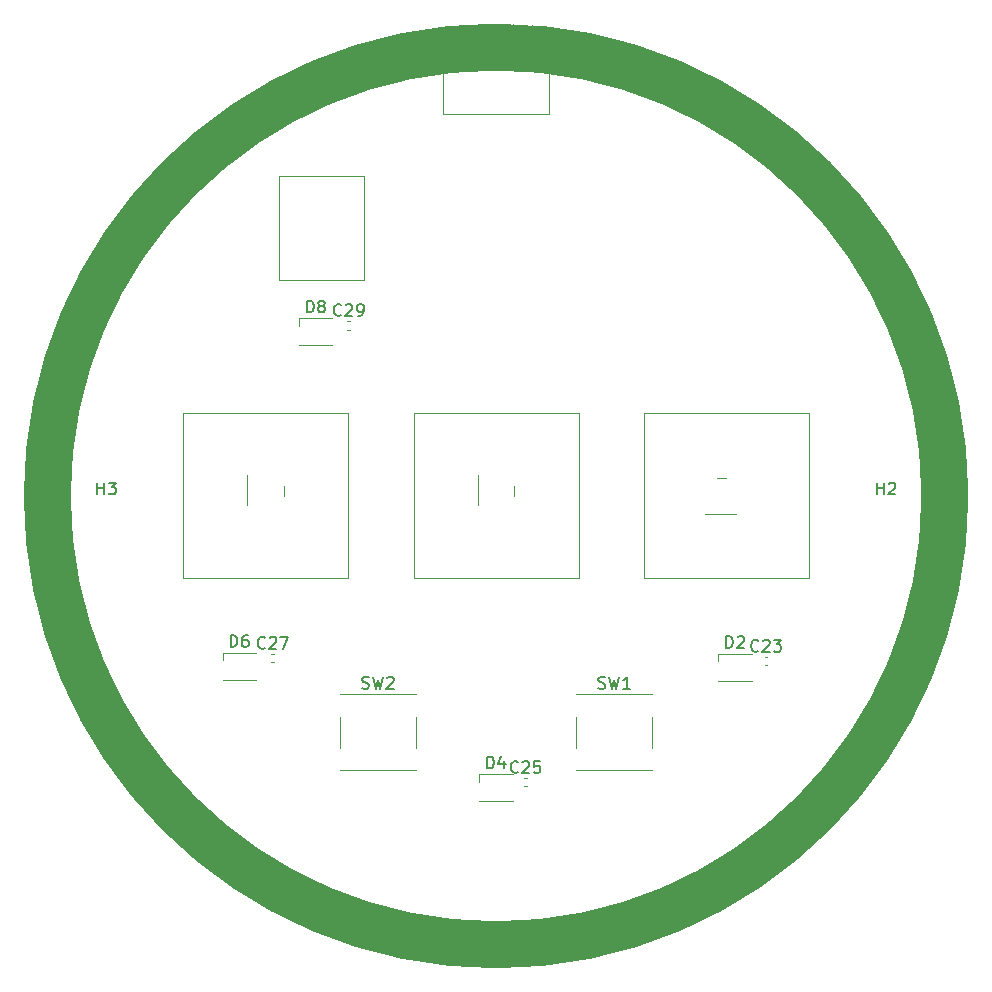
<source format=gbr>
G04 #@! TF.GenerationSoftware,KiCad,Pcbnew,(7.0.0-0)*
G04 #@! TF.CreationDate,2023-03-04T17:00:40-06:00*
G04 #@! TF.ProjectId,RP2040_minimal,52503230-3430-45f6-9d69-6e696d616c2e,REV1*
G04 #@! TF.SameCoordinates,Original*
G04 #@! TF.FileFunction,Legend,Top*
G04 #@! TF.FilePolarity,Positive*
%FSLAX46Y46*%
G04 Gerber Fmt 4.6, Leading zero omitted, Abs format (unit mm)*
G04 Created by KiCad (PCBNEW (7.0.0-0)) date 2023-03-04 17:00:40*
%MOMM*%
%LPD*%
G01*
G04 APERTURE LIST*
%ADD10C,4.000000*%
%ADD11C,0.150000*%
%ADD12C,0.100000*%
%ADD13C,0.120000*%
%ADD14C,0.050000*%
G04 APERTURE END LIST*
D10*
X138000000Y-100000000D02*
G75*
G03*
X138000000Y-100000000I-38000000J0D01*
G01*
D11*
X132238095Y-99867380D02*
X132238095Y-98867380D01*
X132238095Y-99343571D02*
X132809523Y-99343571D01*
X132809523Y-99867380D02*
X132809523Y-98867380D01*
X133238095Y-98962619D02*
X133285714Y-98915000D01*
X133285714Y-98915000D02*
X133380952Y-98867380D01*
X133380952Y-98867380D02*
X133619047Y-98867380D01*
X133619047Y-98867380D02*
X133714285Y-98915000D01*
X133714285Y-98915000D02*
X133761904Y-98962619D01*
X133761904Y-98962619D02*
X133809523Y-99057857D01*
X133809523Y-99057857D02*
X133809523Y-99153095D01*
X133809523Y-99153095D02*
X133761904Y-99295952D01*
X133761904Y-99295952D02*
X133190476Y-99867380D01*
X133190476Y-99867380D02*
X133809523Y-99867380D01*
X88666667Y-116269761D02*
X88809524Y-116317380D01*
X88809524Y-116317380D02*
X89047619Y-116317380D01*
X89047619Y-116317380D02*
X89142857Y-116269761D01*
X89142857Y-116269761D02*
X89190476Y-116222142D01*
X89190476Y-116222142D02*
X89238095Y-116126904D01*
X89238095Y-116126904D02*
X89238095Y-116031666D01*
X89238095Y-116031666D02*
X89190476Y-115936428D01*
X89190476Y-115936428D02*
X89142857Y-115888809D01*
X89142857Y-115888809D02*
X89047619Y-115841190D01*
X89047619Y-115841190D02*
X88857143Y-115793571D01*
X88857143Y-115793571D02*
X88761905Y-115745952D01*
X88761905Y-115745952D02*
X88714286Y-115698333D01*
X88714286Y-115698333D02*
X88666667Y-115603095D01*
X88666667Y-115603095D02*
X88666667Y-115507857D01*
X88666667Y-115507857D02*
X88714286Y-115412619D01*
X88714286Y-115412619D02*
X88761905Y-115365000D01*
X88761905Y-115365000D02*
X88857143Y-115317380D01*
X88857143Y-115317380D02*
X89095238Y-115317380D01*
X89095238Y-115317380D02*
X89238095Y-115365000D01*
X89571429Y-115317380D02*
X89809524Y-116317380D01*
X89809524Y-116317380D02*
X90000000Y-115603095D01*
X90000000Y-115603095D02*
X90190476Y-116317380D01*
X90190476Y-116317380D02*
X90428572Y-115317380D01*
X90761905Y-115412619D02*
X90809524Y-115365000D01*
X90809524Y-115365000D02*
X90904762Y-115317380D01*
X90904762Y-115317380D02*
X91142857Y-115317380D01*
X91142857Y-115317380D02*
X91238095Y-115365000D01*
X91238095Y-115365000D02*
X91285714Y-115412619D01*
X91285714Y-115412619D02*
X91333333Y-115507857D01*
X91333333Y-115507857D02*
X91333333Y-115603095D01*
X91333333Y-115603095D02*
X91285714Y-115745952D01*
X91285714Y-115745952D02*
X90714286Y-116317380D01*
X90714286Y-116317380D02*
X91333333Y-116317380D01*
X99236905Y-123067380D02*
X99236905Y-122067380D01*
X99236905Y-122067380D02*
X99475000Y-122067380D01*
X99475000Y-122067380D02*
X99617857Y-122115000D01*
X99617857Y-122115000D02*
X99713095Y-122210238D01*
X99713095Y-122210238D02*
X99760714Y-122305476D01*
X99760714Y-122305476D02*
X99808333Y-122495952D01*
X99808333Y-122495952D02*
X99808333Y-122638809D01*
X99808333Y-122638809D02*
X99760714Y-122829285D01*
X99760714Y-122829285D02*
X99713095Y-122924523D01*
X99713095Y-122924523D02*
X99617857Y-123019761D01*
X99617857Y-123019761D02*
X99475000Y-123067380D01*
X99475000Y-123067380D02*
X99236905Y-123067380D01*
X100665476Y-122400714D02*
X100665476Y-123067380D01*
X100427381Y-122019761D02*
X100189286Y-122734047D01*
X100189286Y-122734047D02*
X100808333Y-122734047D01*
X101847142Y-123352142D02*
X101799523Y-123399761D01*
X101799523Y-123399761D02*
X101656666Y-123447380D01*
X101656666Y-123447380D02*
X101561428Y-123447380D01*
X101561428Y-123447380D02*
X101418571Y-123399761D01*
X101418571Y-123399761D02*
X101323333Y-123304523D01*
X101323333Y-123304523D02*
X101275714Y-123209285D01*
X101275714Y-123209285D02*
X101228095Y-123018809D01*
X101228095Y-123018809D02*
X101228095Y-122875952D01*
X101228095Y-122875952D02*
X101275714Y-122685476D01*
X101275714Y-122685476D02*
X101323333Y-122590238D01*
X101323333Y-122590238D02*
X101418571Y-122495000D01*
X101418571Y-122495000D02*
X101561428Y-122447380D01*
X101561428Y-122447380D02*
X101656666Y-122447380D01*
X101656666Y-122447380D02*
X101799523Y-122495000D01*
X101799523Y-122495000D02*
X101847142Y-122542619D01*
X102228095Y-122542619D02*
X102275714Y-122495000D01*
X102275714Y-122495000D02*
X102370952Y-122447380D01*
X102370952Y-122447380D02*
X102609047Y-122447380D01*
X102609047Y-122447380D02*
X102704285Y-122495000D01*
X102704285Y-122495000D02*
X102751904Y-122542619D01*
X102751904Y-122542619D02*
X102799523Y-122637857D01*
X102799523Y-122637857D02*
X102799523Y-122733095D01*
X102799523Y-122733095D02*
X102751904Y-122875952D01*
X102751904Y-122875952D02*
X102180476Y-123447380D01*
X102180476Y-123447380D02*
X102799523Y-123447380D01*
X103704285Y-122447380D02*
X103228095Y-122447380D01*
X103228095Y-122447380D02*
X103180476Y-122923571D01*
X103180476Y-122923571D02*
X103228095Y-122875952D01*
X103228095Y-122875952D02*
X103323333Y-122828333D01*
X103323333Y-122828333D02*
X103561428Y-122828333D01*
X103561428Y-122828333D02*
X103656666Y-122875952D01*
X103656666Y-122875952D02*
X103704285Y-122923571D01*
X103704285Y-122923571D02*
X103751904Y-123018809D01*
X103751904Y-123018809D02*
X103751904Y-123256904D01*
X103751904Y-123256904D02*
X103704285Y-123352142D01*
X103704285Y-123352142D02*
X103656666Y-123399761D01*
X103656666Y-123399761D02*
X103561428Y-123447380D01*
X103561428Y-123447380D02*
X103323333Y-123447380D01*
X103323333Y-123447380D02*
X103228095Y-123399761D01*
X103228095Y-123399761D02*
X103180476Y-123352142D01*
X122217142Y-113092142D02*
X122169523Y-113139761D01*
X122169523Y-113139761D02*
X122026666Y-113187380D01*
X122026666Y-113187380D02*
X121931428Y-113187380D01*
X121931428Y-113187380D02*
X121788571Y-113139761D01*
X121788571Y-113139761D02*
X121693333Y-113044523D01*
X121693333Y-113044523D02*
X121645714Y-112949285D01*
X121645714Y-112949285D02*
X121598095Y-112758809D01*
X121598095Y-112758809D02*
X121598095Y-112615952D01*
X121598095Y-112615952D02*
X121645714Y-112425476D01*
X121645714Y-112425476D02*
X121693333Y-112330238D01*
X121693333Y-112330238D02*
X121788571Y-112235000D01*
X121788571Y-112235000D02*
X121931428Y-112187380D01*
X121931428Y-112187380D02*
X122026666Y-112187380D01*
X122026666Y-112187380D02*
X122169523Y-112235000D01*
X122169523Y-112235000D02*
X122217142Y-112282619D01*
X122598095Y-112282619D02*
X122645714Y-112235000D01*
X122645714Y-112235000D02*
X122740952Y-112187380D01*
X122740952Y-112187380D02*
X122979047Y-112187380D01*
X122979047Y-112187380D02*
X123074285Y-112235000D01*
X123074285Y-112235000D02*
X123121904Y-112282619D01*
X123121904Y-112282619D02*
X123169523Y-112377857D01*
X123169523Y-112377857D02*
X123169523Y-112473095D01*
X123169523Y-112473095D02*
X123121904Y-112615952D01*
X123121904Y-112615952D02*
X122550476Y-113187380D01*
X122550476Y-113187380D02*
X123169523Y-113187380D01*
X123502857Y-112187380D02*
X124121904Y-112187380D01*
X124121904Y-112187380D02*
X123788571Y-112568333D01*
X123788571Y-112568333D02*
X123931428Y-112568333D01*
X123931428Y-112568333D02*
X124026666Y-112615952D01*
X124026666Y-112615952D02*
X124074285Y-112663571D01*
X124074285Y-112663571D02*
X124121904Y-112758809D01*
X124121904Y-112758809D02*
X124121904Y-112996904D01*
X124121904Y-112996904D02*
X124074285Y-113092142D01*
X124074285Y-113092142D02*
X124026666Y-113139761D01*
X124026666Y-113139761D02*
X123931428Y-113187380D01*
X123931428Y-113187380D02*
X123645714Y-113187380D01*
X123645714Y-113187380D02*
X123550476Y-113139761D01*
X123550476Y-113139761D02*
X123502857Y-113092142D01*
X77526905Y-112778630D02*
X77526905Y-111778630D01*
X77526905Y-111778630D02*
X77765000Y-111778630D01*
X77765000Y-111778630D02*
X77907857Y-111826250D01*
X77907857Y-111826250D02*
X78003095Y-111921488D01*
X78003095Y-111921488D02*
X78050714Y-112016726D01*
X78050714Y-112016726D02*
X78098333Y-112207202D01*
X78098333Y-112207202D02*
X78098333Y-112350059D01*
X78098333Y-112350059D02*
X78050714Y-112540535D01*
X78050714Y-112540535D02*
X78003095Y-112635773D01*
X78003095Y-112635773D02*
X77907857Y-112731011D01*
X77907857Y-112731011D02*
X77765000Y-112778630D01*
X77765000Y-112778630D02*
X77526905Y-112778630D01*
X78955476Y-111778630D02*
X78765000Y-111778630D01*
X78765000Y-111778630D02*
X78669762Y-111826250D01*
X78669762Y-111826250D02*
X78622143Y-111873869D01*
X78622143Y-111873869D02*
X78526905Y-112016726D01*
X78526905Y-112016726D02*
X78479286Y-112207202D01*
X78479286Y-112207202D02*
X78479286Y-112588154D01*
X78479286Y-112588154D02*
X78526905Y-112683392D01*
X78526905Y-112683392D02*
X78574524Y-112731011D01*
X78574524Y-112731011D02*
X78669762Y-112778630D01*
X78669762Y-112778630D02*
X78860238Y-112778630D01*
X78860238Y-112778630D02*
X78955476Y-112731011D01*
X78955476Y-112731011D02*
X79003095Y-112683392D01*
X79003095Y-112683392D02*
X79050714Y-112588154D01*
X79050714Y-112588154D02*
X79050714Y-112350059D01*
X79050714Y-112350059D02*
X79003095Y-112254821D01*
X79003095Y-112254821D02*
X78955476Y-112207202D01*
X78955476Y-112207202D02*
X78860238Y-112159583D01*
X78860238Y-112159583D02*
X78669762Y-112159583D01*
X78669762Y-112159583D02*
X78574524Y-112207202D01*
X78574524Y-112207202D02*
X78526905Y-112254821D01*
X78526905Y-112254821D02*
X78479286Y-112350059D01*
X108666667Y-116269761D02*
X108809524Y-116317380D01*
X108809524Y-116317380D02*
X109047619Y-116317380D01*
X109047619Y-116317380D02*
X109142857Y-116269761D01*
X109142857Y-116269761D02*
X109190476Y-116222142D01*
X109190476Y-116222142D02*
X109238095Y-116126904D01*
X109238095Y-116126904D02*
X109238095Y-116031666D01*
X109238095Y-116031666D02*
X109190476Y-115936428D01*
X109190476Y-115936428D02*
X109142857Y-115888809D01*
X109142857Y-115888809D02*
X109047619Y-115841190D01*
X109047619Y-115841190D02*
X108857143Y-115793571D01*
X108857143Y-115793571D02*
X108761905Y-115745952D01*
X108761905Y-115745952D02*
X108714286Y-115698333D01*
X108714286Y-115698333D02*
X108666667Y-115603095D01*
X108666667Y-115603095D02*
X108666667Y-115507857D01*
X108666667Y-115507857D02*
X108714286Y-115412619D01*
X108714286Y-115412619D02*
X108761905Y-115365000D01*
X108761905Y-115365000D02*
X108857143Y-115317380D01*
X108857143Y-115317380D02*
X109095238Y-115317380D01*
X109095238Y-115317380D02*
X109238095Y-115365000D01*
X109571429Y-115317380D02*
X109809524Y-116317380D01*
X109809524Y-116317380D02*
X110000000Y-115603095D01*
X110000000Y-115603095D02*
X110190476Y-116317380D01*
X110190476Y-116317380D02*
X110428572Y-115317380D01*
X111333333Y-116317380D02*
X110761905Y-116317380D01*
X111047619Y-116317380D02*
X111047619Y-115317380D01*
X111047619Y-115317380D02*
X110952381Y-115460238D01*
X110952381Y-115460238D02*
X110857143Y-115555476D01*
X110857143Y-115555476D02*
X110761905Y-115603095D01*
X66238095Y-99867380D02*
X66238095Y-98867380D01*
X66238095Y-99343571D02*
X66809523Y-99343571D01*
X66809523Y-99867380D02*
X66809523Y-98867380D01*
X67190476Y-98867380D02*
X67809523Y-98867380D01*
X67809523Y-98867380D02*
X67476190Y-99248333D01*
X67476190Y-99248333D02*
X67619047Y-99248333D01*
X67619047Y-99248333D02*
X67714285Y-99295952D01*
X67714285Y-99295952D02*
X67761904Y-99343571D01*
X67761904Y-99343571D02*
X67809523Y-99438809D01*
X67809523Y-99438809D02*
X67809523Y-99676904D01*
X67809523Y-99676904D02*
X67761904Y-99772142D01*
X67761904Y-99772142D02*
X67714285Y-99819761D01*
X67714285Y-99819761D02*
X67619047Y-99867380D01*
X67619047Y-99867380D02*
X67333333Y-99867380D01*
X67333333Y-99867380D02*
X67238095Y-99819761D01*
X67238095Y-99819761D02*
X67190476Y-99772142D01*
X83981905Y-84467380D02*
X83981905Y-83467380D01*
X83981905Y-83467380D02*
X84220000Y-83467380D01*
X84220000Y-83467380D02*
X84362857Y-83515000D01*
X84362857Y-83515000D02*
X84458095Y-83610238D01*
X84458095Y-83610238D02*
X84505714Y-83705476D01*
X84505714Y-83705476D02*
X84553333Y-83895952D01*
X84553333Y-83895952D02*
X84553333Y-84038809D01*
X84553333Y-84038809D02*
X84505714Y-84229285D01*
X84505714Y-84229285D02*
X84458095Y-84324523D01*
X84458095Y-84324523D02*
X84362857Y-84419761D01*
X84362857Y-84419761D02*
X84220000Y-84467380D01*
X84220000Y-84467380D02*
X83981905Y-84467380D01*
X85124762Y-83895952D02*
X85029524Y-83848333D01*
X85029524Y-83848333D02*
X84981905Y-83800714D01*
X84981905Y-83800714D02*
X84934286Y-83705476D01*
X84934286Y-83705476D02*
X84934286Y-83657857D01*
X84934286Y-83657857D02*
X84981905Y-83562619D01*
X84981905Y-83562619D02*
X85029524Y-83515000D01*
X85029524Y-83515000D02*
X85124762Y-83467380D01*
X85124762Y-83467380D02*
X85315238Y-83467380D01*
X85315238Y-83467380D02*
X85410476Y-83515000D01*
X85410476Y-83515000D02*
X85458095Y-83562619D01*
X85458095Y-83562619D02*
X85505714Y-83657857D01*
X85505714Y-83657857D02*
X85505714Y-83705476D01*
X85505714Y-83705476D02*
X85458095Y-83800714D01*
X85458095Y-83800714D02*
X85410476Y-83848333D01*
X85410476Y-83848333D02*
X85315238Y-83895952D01*
X85315238Y-83895952D02*
X85124762Y-83895952D01*
X85124762Y-83895952D02*
X85029524Y-83943571D01*
X85029524Y-83943571D02*
X84981905Y-83991190D01*
X84981905Y-83991190D02*
X84934286Y-84086428D01*
X84934286Y-84086428D02*
X84934286Y-84276904D01*
X84934286Y-84276904D02*
X84981905Y-84372142D01*
X84981905Y-84372142D02*
X85029524Y-84419761D01*
X85029524Y-84419761D02*
X85124762Y-84467380D01*
X85124762Y-84467380D02*
X85315238Y-84467380D01*
X85315238Y-84467380D02*
X85410476Y-84419761D01*
X85410476Y-84419761D02*
X85458095Y-84372142D01*
X85458095Y-84372142D02*
X85505714Y-84276904D01*
X85505714Y-84276904D02*
X85505714Y-84086428D01*
X85505714Y-84086428D02*
X85458095Y-83991190D01*
X85458095Y-83991190D02*
X85410476Y-83943571D01*
X85410476Y-83943571D02*
X85315238Y-83895952D01*
X119491905Y-112867380D02*
X119491905Y-111867380D01*
X119491905Y-111867380D02*
X119730000Y-111867380D01*
X119730000Y-111867380D02*
X119872857Y-111915000D01*
X119872857Y-111915000D02*
X119968095Y-112010238D01*
X119968095Y-112010238D02*
X120015714Y-112105476D01*
X120015714Y-112105476D02*
X120063333Y-112295952D01*
X120063333Y-112295952D02*
X120063333Y-112438809D01*
X120063333Y-112438809D02*
X120015714Y-112629285D01*
X120015714Y-112629285D02*
X119968095Y-112724523D01*
X119968095Y-112724523D02*
X119872857Y-112819761D01*
X119872857Y-112819761D02*
X119730000Y-112867380D01*
X119730000Y-112867380D02*
X119491905Y-112867380D01*
X120444286Y-111962619D02*
X120491905Y-111915000D01*
X120491905Y-111915000D02*
X120587143Y-111867380D01*
X120587143Y-111867380D02*
X120825238Y-111867380D01*
X120825238Y-111867380D02*
X120920476Y-111915000D01*
X120920476Y-111915000D02*
X120968095Y-111962619D01*
X120968095Y-111962619D02*
X121015714Y-112057857D01*
X121015714Y-112057857D02*
X121015714Y-112153095D01*
X121015714Y-112153095D02*
X120968095Y-112295952D01*
X120968095Y-112295952D02*
X120396667Y-112867380D01*
X120396667Y-112867380D02*
X121015714Y-112867380D01*
X80437142Y-112843392D02*
X80389523Y-112891011D01*
X80389523Y-112891011D02*
X80246666Y-112938630D01*
X80246666Y-112938630D02*
X80151428Y-112938630D01*
X80151428Y-112938630D02*
X80008571Y-112891011D01*
X80008571Y-112891011D02*
X79913333Y-112795773D01*
X79913333Y-112795773D02*
X79865714Y-112700535D01*
X79865714Y-112700535D02*
X79818095Y-112510059D01*
X79818095Y-112510059D02*
X79818095Y-112367202D01*
X79818095Y-112367202D02*
X79865714Y-112176726D01*
X79865714Y-112176726D02*
X79913333Y-112081488D01*
X79913333Y-112081488D02*
X80008571Y-111986250D01*
X80008571Y-111986250D02*
X80151428Y-111938630D01*
X80151428Y-111938630D02*
X80246666Y-111938630D01*
X80246666Y-111938630D02*
X80389523Y-111986250D01*
X80389523Y-111986250D02*
X80437142Y-112033869D01*
X80818095Y-112033869D02*
X80865714Y-111986250D01*
X80865714Y-111986250D02*
X80960952Y-111938630D01*
X80960952Y-111938630D02*
X81199047Y-111938630D01*
X81199047Y-111938630D02*
X81294285Y-111986250D01*
X81294285Y-111986250D02*
X81341904Y-112033869D01*
X81341904Y-112033869D02*
X81389523Y-112129107D01*
X81389523Y-112129107D02*
X81389523Y-112224345D01*
X81389523Y-112224345D02*
X81341904Y-112367202D01*
X81341904Y-112367202D02*
X80770476Y-112938630D01*
X80770476Y-112938630D02*
X81389523Y-112938630D01*
X81722857Y-111938630D02*
X82389523Y-111938630D01*
X82389523Y-111938630D02*
X81960952Y-112938630D01*
X86882142Y-84672142D02*
X86834523Y-84719761D01*
X86834523Y-84719761D02*
X86691666Y-84767380D01*
X86691666Y-84767380D02*
X86596428Y-84767380D01*
X86596428Y-84767380D02*
X86453571Y-84719761D01*
X86453571Y-84719761D02*
X86358333Y-84624523D01*
X86358333Y-84624523D02*
X86310714Y-84529285D01*
X86310714Y-84529285D02*
X86263095Y-84338809D01*
X86263095Y-84338809D02*
X86263095Y-84195952D01*
X86263095Y-84195952D02*
X86310714Y-84005476D01*
X86310714Y-84005476D02*
X86358333Y-83910238D01*
X86358333Y-83910238D02*
X86453571Y-83815000D01*
X86453571Y-83815000D02*
X86596428Y-83767380D01*
X86596428Y-83767380D02*
X86691666Y-83767380D01*
X86691666Y-83767380D02*
X86834523Y-83815000D01*
X86834523Y-83815000D02*
X86882142Y-83862619D01*
X87263095Y-83862619D02*
X87310714Y-83815000D01*
X87310714Y-83815000D02*
X87405952Y-83767380D01*
X87405952Y-83767380D02*
X87644047Y-83767380D01*
X87644047Y-83767380D02*
X87739285Y-83815000D01*
X87739285Y-83815000D02*
X87786904Y-83862619D01*
X87786904Y-83862619D02*
X87834523Y-83957857D01*
X87834523Y-83957857D02*
X87834523Y-84053095D01*
X87834523Y-84053095D02*
X87786904Y-84195952D01*
X87786904Y-84195952D02*
X87215476Y-84767380D01*
X87215476Y-84767380D02*
X87834523Y-84767380D01*
X88310714Y-84767380D02*
X88501190Y-84767380D01*
X88501190Y-84767380D02*
X88596428Y-84719761D01*
X88596428Y-84719761D02*
X88644047Y-84672142D01*
X88644047Y-84672142D02*
X88739285Y-84529285D01*
X88739285Y-84529285D02*
X88786904Y-84338809D01*
X88786904Y-84338809D02*
X88786904Y-83957857D01*
X88786904Y-83957857D02*
X88739285Y-83862619D01*
X88739285Y-83862619D02*
X88691666Y-83815000D01*
X88691666Y-83815000D02*
X88596428Y-83767380D01*
X88596428Y-83767380D02*
X88405952Y-83767380D01*
X88405952Y-83767380D02*
X88310714Y-83815000D01*
X88310714Y-83815000D02*
X88263095Y-83862619D01*
X88263095Y-83862619D02*
X88215476Y-83957857D01*
X88215476Y-83957857D02*
X88215476Y-84195952D01*
X88215476Y-84195952D02*
X88263095Y-84291190D01*
X88263095Y-84291190D02*
X88310714Y-84338809D01*
X88310714Y-84338809D02*
X88405952Y-84386428D01*
X88405952Y-84386428D02*
X88596428Y-84386428D01*
X88596428Y-84386428D02*
X88691666Y-84338809D01*
X88691666Y-84338809D02*
X88739285Y-84291190D01*
X88739285Y-84291190D02*
X88786904Y-84195952D01*
D12*
X101673809Y-60726309D02*
X101673809Y-61226309D01*
X101673809Y-61226309D02*
X101483333Y-61226309D01*
X101483333Y-61226309D02*
X101435714Y-61202500D01*
X101435714Y-61202500D02*
X101411904Y-61178690D01*
X101411904Y-61178690D02*
X101388095Y-61131071D01*
X101388095Y-61131071D02*
X101388095Y-61059642D01*
X101388095Y-61059642D02*
X101411904Y-61012023D01*
X101411904Y-61012023D02*
X101435714Y-60988214D01*
X101435714Y-60988214D02*
X101483333Y-60964404D01*
X101483333Y-60964404D02*
X101673809Y-60964404D01*
X100888095Y-60773928D02*
X100911904Y-60750119D01*
X100911904Y-60750119D02*
X100983333Y-60726309D01*
X100983333Y-60726309D02*
X101030952Y-60726309D01*
X101030952Y-60726309D02*
X101102380Y-60750119D01*
X101102380Y-60750119D02*
X101149999Y-60797738D01*
X101149999Y-60797738D02*
X101173809Y-60845357D01*
X101173809Y-60845357D02*
X101197618Y-60940595D01*
X101197618Y-60940595D02*
X101197618Y-61012023D01*
X101197618Y-61012023D02*
X101173809Y-61107261D01*
X101173809Y-61107261D02*
X101149999Y-61154880D01*
X101149999Y-61154880D02*
X101102380Y-61202500D01*
X101102380Y-61202500D02*
X101030952Y-61226309D01*
X101030952Y-61226309D02*
X100983333Y-61226309D01*
X100983333Y-61226309D02*
X100911904Y-61202500D01*
X100911904Y-61202500D02*
X100888095Y-61178690D01*
X100507142Y-60988214D02*
X100435714Y-60964404D01*
X100435714Y-60964404D02*
X100411904Y-60940595D01*
X100411904Y-60940595D02*
X100388095Y-60892976D01*
X100388095Y-60892976D02*
X100388095Y-60821547D01*
X100388095Y-60821547D02*
X100411904Y-60773928D01*
X100411904Y-60773928D02*
X100435714Y-60750119D01*
X100435714Y-60750119D02*
X100483333Y-60726309D01*
X100483333Y-60726309D02*
X100673809Y-60726309D01*
X100673809Y-60726309D02*
X100673809Y-61226309D01*
X100673809Y-61226309D02*
X100507142Y-61226309D01*
X100507142Y-61226309D02*
X100459523Y-61202500D01*
X100459523Y-61202500D02*
X100435714Y-61178690D01*
X100435714Y-61178690D02*
X100411904Y-61131071D01*
X100411904Y-61131071D02*
X100411904Y-61083452D01*
X100411904Y-61083452D02*
X100435714Y-61035833D01*
X100435714Y-61035833D02*
X100459523Y-61012023D01*
X100459523Y-61012023D02*
X100507142Y-60988214D01*
X100507142Y-60988214D02*
X100673809Y-60988214D01*
X99873809Y-60988214D02*
X99707142Y-60988214D01*
X99635714Y-60726309D02*
X99873809Y-60726309D01*
X99873809Y-60726309D02*
X99873809Y-61226309D01*
X99873809Y-61226309D02*
X99635714Y-61226309D01*
X99207142Y-60726309D02*
X99207142Y-61226309D01*
X99207142Y-60750119D02*
X99254761Y-60726309D01*
X99254761Y-60726309D02*
X99349999Y-60726309D01*
X99349999Y-60726309D02*
X99397618Y-60750119D01*
X99397618Y-60750119D02*
X99421428Y-60773928D01*
X99421428Y-60773928D02*
X99445237Y-60821547D01*
X99445237Y-60821547D02*
X99445237Y-60964404D01*
X99445237Y-60964404D02*
X99421428Y-61012023D01*
X99421428Y-61012023D02*
X99397618Y-61035833D01*
X99397618Y-61035833D02*
X99349999Y-61059642D01*
X99349999Y-61059642D02*
X99254761Y-61059642D01*
X99254761Y-61059642D02*
X99207142Y-61035833D01*
X98754761Y-61059642D02*
X98754761Y-60654880D01*
X98754761Y-60654880D02*
X98778571Y-60607261D01*
X98778571Y-60607261D02*
X98802380Y-60583452D01*
X98802380Y-60583452D02*
X98849999Y-60559642D01*
X98849999Y-60559642D02*
X98921428Y-60559642D01*
X98921428Y-60559642D02*
X98969047Y-60583452D01*
X98754761Y-60750119D02*
X98802380Y-60726309D01*
X98802380Y-60726309D02*
X98897618Y-60726309D01*
X98897618Y-60726309D02*
X98945237Y-60750119D01*
X98945237Y-60750119D02*
X98969047Y-60773928D01*
X98969047Y-60773928D02*
X98992856Y-60821547D01*
X98992856Y-60821547D02*
X98992856Y-60964404D01*
X98992856Y-60964404D02*
X98969047Y-61012023D01*
X98969047Y-61012023D02*
X98945237Y-61035833D01*
X98945237Y-61035833D02*
X98897618Y-61059642D01*
X98897618Y-61059642D02*
X98802380Y-61059642D01*
X98802380Y-61059642D02*
X98754761Y-61035833D01*
X98326190Y-60750119D02*
X98373809Y-60726309D01*
X98373809Y-60726309D02*
X98469047Y-60726309D01*
X98469047Y-60726309D02*
X98516666Y-60750119D01*
X98516666Y-60750119D02*
X98540475Y-60797738D01*
X98540475Y-60797738D02*
X98540475Y-60988214D01*
X98540475Y-60988214D02*
X98516666Y-61035833D01*
X98516666Y-61035833D02*
X98469047Y-61059642D01*
X98469047Y-61059642D02*
X98373809Y-61059642D01*
X98373809Y-61059642D02*
X98326190Y-61035833D01*
X98326190Y-61035833D02*
X98302380Y-60988214D01*
X98302380Y-60988214D02*
X98302380Y-60940595D01*
X98302380Y-60940595D02*
X98540475Y-60892976D01*
D13*
X86770000Y-116770000D02*
X93230000Y-116770000D01*
X86770000Y-116800000D02*
X86770000Y-116770000D01*
X86770000Y-118700000D02*
X86770000Y-121300000D01*
X86770000Y-123230000D02*
X86770000Y-123200000D01*
X86770000Y-123230000D02*
X93230000Y-123230000D01*
X93230000Y-116770000D02*
X93230000Y-116800000D01*
X93230000Y-118700000D02*
X93230000Y-121300000D01*
X93230000Y-123230000D02*
X93230000Y-123200000D01*
X112515000Y-93015000D02*
X126485000Y-93015000D01*
X112515000Y-106985000D02*
X112515000Y-93015000D01*
X126485000Y-93015000D02*
X126485000Y-106985000D01*
X126485000Y-106985000D02*
X112515000Y-106985000D01*
X98555000Y-123550000D02*
X98555000Y-124200000D01*
X98555000Y-123550000D02*
X101395000Y-123550000D01*
X98555000Y-125850000D02*
X101395000Y-125850000D01*
X102382164Y-123880000D02*
X102597836Y-123880000D01*
X102382164Y-124600000D02*
X102597836Y-124600000D01*
X122752164Y-113620000D02*
X122967836Y-113620000D01*
X122752164Y-114340000D02*
X122967836Y-114340000D01*
X93015000Y-93015000D02*
X106985000Y-93015000D01*
X93015000Y-106985000D02*
X93015000Y-93015000D01*
X106985000Y-93015000D02*
X106985000Y-106985000D01*
X106985000Y-106985000D02*
X93015000Y-106985000D01*
X76845000Y-113261250D02*
X76845000Y-113911250D01*
X76845000Y-113261250D02*
X79685000Y-113261250D01*
X76845000Y-115561250D02*
X79685000Y-115561250D01*
X106770000Y-116770000D02*
X113230000Y-116770000D01*
X106770000Y-116800000D02*
X106770000Y-116770000D01*
X106770000Y-118700000D02*
X106770000Y-121300000D01*
X106770000Y-123230000D02*
X106770000Y-123200000D01*
X106770000Y-123230000D02*
X113230000Y-123230000D01*
X113230000Y-116770000D02*
X113230000Y-116800000D01*
X113230000Y-118700000D02*
X113230000Y-121300000D01*
X113230000Y-123230000D02*
X113230000Y-123200000D01*
X73515000Y-93015000D02*
X87485000Y-93015000D01*
X73515000Y-106985000D02*
X73515000Y-93015000D01*
X87485000Y-93015000D02*
X87485000Y-106985000D01*
X87485000Y-106985000D02*
X73515000Y-106985000D01*
X83300000Y-84950000D02*
X83300000Y-85600000D01*
X83300000Y-84950000D02*
X86140000Y-84950000D01*
X83300000Y-87250000D02*
X86140000Y-87250000D01*
X118810000Y-113350000D02*
X118810000Y-114000000D01*
X118810000Y-113350000D02*
X121650000Y-113350000D01*
X118810000Y-115650000D02*
X121650000Y-115650000D01*
X80972164Y-113371250D02*
X81187836Y-113371250D01*
X80972164Y-114091250D02*
X81187836Y-114091250D01*
X87417164Y-85200000D02*
X87632836Y-85200000D01*
X87417164Y-85920000D02*
X87632836Y-85920000D01*
D14*
X88810000Y-72880000D02*
X88810000Y-81680000D01*
X81610000Y-72880000D02*
X88810000Y-72880000D01*
X88810000Y-81680000D02*
X81610000Y-81680000D01*
X81610000Y-81680000D02*
X81610000Y-72880000D01*
D13*
X119500000Y-98440000D02*
X118700000Y-98440000D01*
X119500000Y-101560000D02*
X117700000Y-101560000D01*
X119500000Y-101560000D02*
X120300000Y-101560000D01*
D12*
X95530000Y-67685000D02*
X104470000Y-67685000D01*
X104470000Y-67685000D02*
X104470000Y-60335000D01*
X104470000Y-60335000D02*
X95530000Y-60335000D01*
X95530000Y-60335000D02*
X95530000Y-67685000D01*
D13*
X101560000Y-100000000D02*
X101560000Y-99200000D01*
X98440000Y-100000000D02*
X98440000Y-98200000D01*
X98440000Y-100000000D02*
X98440000Y-100800000D01*
X82060000Y-100000000D02*
X82060000Y-99200000D01*
X78940000Y-100000000D02*
X78940000Y-98200000D01*
X78940000Y-100000000D02*
X78940000Y-100800000D01*
M02*

</source>
